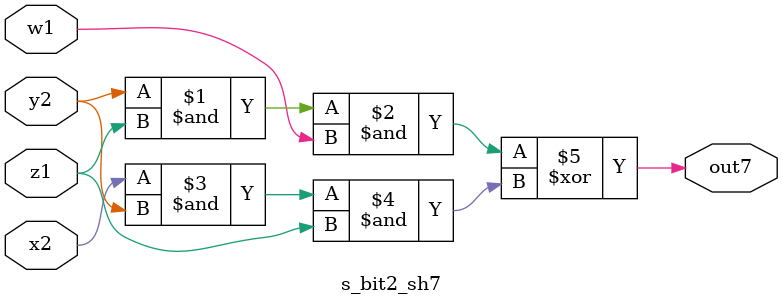
<source format=sv>
module s_bit2_sh7 (
  x2,
  y2,
  w1,
  z1,
  out7
);

    input wire x2;
    input wire y2;
    input wire w1;
    input wire z1;

    output wire out7;

    assign out7 = y2 & z1 & w1 ^ x2 & y2 & z1 ;

endmodule

</source>
